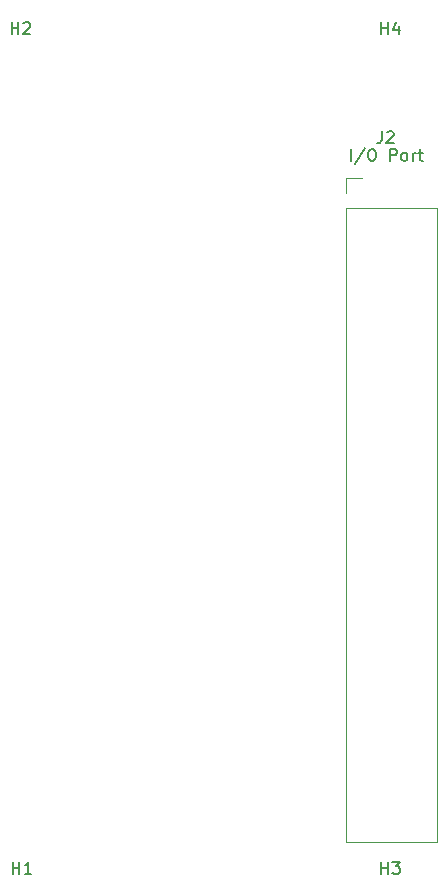
<source format=gbr>
%TF.GenerationSoftware,KiCad,Pcbnew,(6.0.6)*%
%TF.CreationDate,2022-10-16T15:28:40-05:00*%
%TF.ProjectId,IO_Riser,494f5f52-6973-4657-922e-6b696361645f,rev?*%
%TF.SameCoordinates,Original*%
%TF.FileFunction,Legend,Top*%
%TF.FilePolarity,Positive*%
%FSLAX46Y46*%
G04 Gerber Fmt 4.6, Leading zero omitted, Abs format (unit mm)*
G04 Created by KiCad (PCBNEW (6.0.6)) date 2022-10-16 15:28:40*
%MOMM*%
%LPD*%
G01*
G04 APERTURE LIST*
%ADD10C,0.150000*%
%ADD11C,0.120000*%
G04 APERTURE END LIST*
D10*
%TO.C,J2*%
X153491666Y-53187380D02*
X153491666Y-53901666D01*
X153444047Y-54044523D01*
X153348809Y-54139761D01*
X153205952Y-54187380D01*
X153110714Y-54187380D01*
X153920238Y-53282619D02*
X153967857Y-53235000D01*
X154063095Y-53187380D01*
X154301190Y-53187380D01*
X154396428Y-53235000D01*
X154444047Y-53282619D01*
X154491666Y-53377857D01*
X154491666Y-53473095D01*
X154444047Y-53615952D01*
X153872619Y-54187380D01*
X154491666Y-54187380D01*
X150848809Y-55687380D02*
X150848809Y-54687380D01*
X152039285Y-54639761D02*
X151182142Y-55925476D01*
X152563095Y-54687380D02*
X152753571Y-54687380D01*
X152848809Y-54735000D01*
X152944047Y-54830238D01*
X152991666Y-55020714D01*
X152991666Y-55354047D01*
X152944047Y-55544523D01*
X152848809Y-55639761D01*
X152753571Y-55687380D01*
X152563095Y-55687380D01*
X152467857Y-55639761D01*
X152372619Y-55544523D01*
X152325000Y-55354047D01*
X152325000Y-55020714D01*
X152372619Y-54830238D01*
X152467857Y-54735000D01*
X152563095Y-54687380D01*
X154182142Y-55687380D02*
X154182142Y-54687380D01*
X154563095Y-54687380D01*
X154658333Y-54735000D01*
X154705952Y-54782619D01*
X154753571Y-54877857D01*
X154753571Y-55020714D01*
X154705952Y-55115952D01*
X154658333Y-55163571D01*
X154563095Y-55211190D01*
X154182142Y-55211190D01*
X155325000Y-55687380D02*
X155229761Y-55639761D01*
X155182142Y-55592142D01*
X155134523Y-55496904D01*
X155134523Y-55211190D01*
X155182142Y-55115952D01*
X155229761Y-55068333D01*
X155325000Y-55020714D01*
X155467857Y-55020714D01*
X155563095Y-55068333D01*
X155610714Y-55115952D01*
X155658333Y-55211190D01*
X155658333Y-55496904D01*
X155610714Y-55592142D01*
X155563095Y-55639761D01*
X155467857Y-55687380D01*
X155325000Y-55687380D01*
X156086904Y-55687380D02*
X156086904Y-55020714D01*
X156086904Y-55211190D02*
X156134523Y-55115952D01*
X156182142Y-55068333D01*
X156277380Y-55020714D01*
X156372619Y-55020714D01*
X156563095Y-55020714D02*
X156944047Y-55020714D01*
X156705952Y-54687380D02*
X156705952Y-55544523D01*
X156753571Y-55639761D01*
X156848809Y-55687380D01*
X156944047Y-55687380D01*
%TO.C,H4*%
X153438095Y-44952380D02*
X153438095Y-43952380D01*
X153438095Y-44428571D02*
X154009523Y-44428571D01*
X154009523Y-44952380D02*
X154009523Y-43952380D01*
X154914285Y-44285714D02*
X154914285Y-44952380D01*
X154676190Y-43904761D02*
X154438095Y-44619047D01*
X155057142Y-44619047D01*
%TO.C,H3*%
X153438095Y-116052380D02*
X153438095Y-115052380D01*
X153438095Y-115528571D02*
X154009523Y-115528571D01*
X154009523Y-116052380D02*
X154009523Y-115052380D01*
X154390476Y-115052380D02*
X155009523Y-115052380D01*
X154676190Y-115433333D01*
X154819047Y-115433333D01*
X154914285Y-115480952D01*
X154961904Y-115528571D01*
X155009523Y-115623809D01*
X155009523Y-115861904D01*
X154961904Y-115957142D01*
X154914285Y-116004761D01*
X154819047Y-116052380D01*
X154533333Y-116052380D01*
X154438095Y-116004761D01*
X154390476Y-115957142D01*
%TO.C,H2*%
X122138095Y-44952380D02*
X122138095Y-43952380D01*
X122138095Y-44428571D02*
X122709523Y-44428571D01*
X122709523Y-44952380D02*
X122709523Y-43952380D01*
X123138095Y-44047619D02*
X123185714Y-44000000D01*
X123280952Y-43952380D01*
X123519047Y-43952380D01*
X123614285Y-44000000D01*
X123661904Y-44047619D01*
X123709523Y-44142857D01*
X123709523Y-44238095D01*
X123661904Y-44380952D01*
X123090476Y-44952380D01*
X123709523Y-44952380D01*
%TO.C,H1*%
X122238095Y-116052380D02*
X122238095Y-115052380D01*
X122238095Y-115528571D02*
X122809523Y-115528571D01*
X122809523Y-116052380D02*
X122809523Y-115052380D01*
X123809523Y-116052380D02*
X123238095Y-116052380D01*
X123523809Y-116052380D02*
X123523809Y-115052380D01*
X123428571Y-115195238D01*
X123333333Y-115290476D01*
X123238095Y-115338095D01*
D11*
%TO.C,J2*%
X150495000Y-58455000D02*
X150495000Y-57125000D01*
X150495000Y-59725000D02*
X158125000Y-59725000D01*
X150495000Y-113375000D02*
X158125000Y-113375000D01*
X150495000Y-59725000D02*
X150495000Y-113375000D01*
X150495000Y-57125000D02*
X151825000Y-57125000D01*
X158125000Y-59725000D02*
X158125000Y-113375000D01*
%TD*%
M02*

</source>
